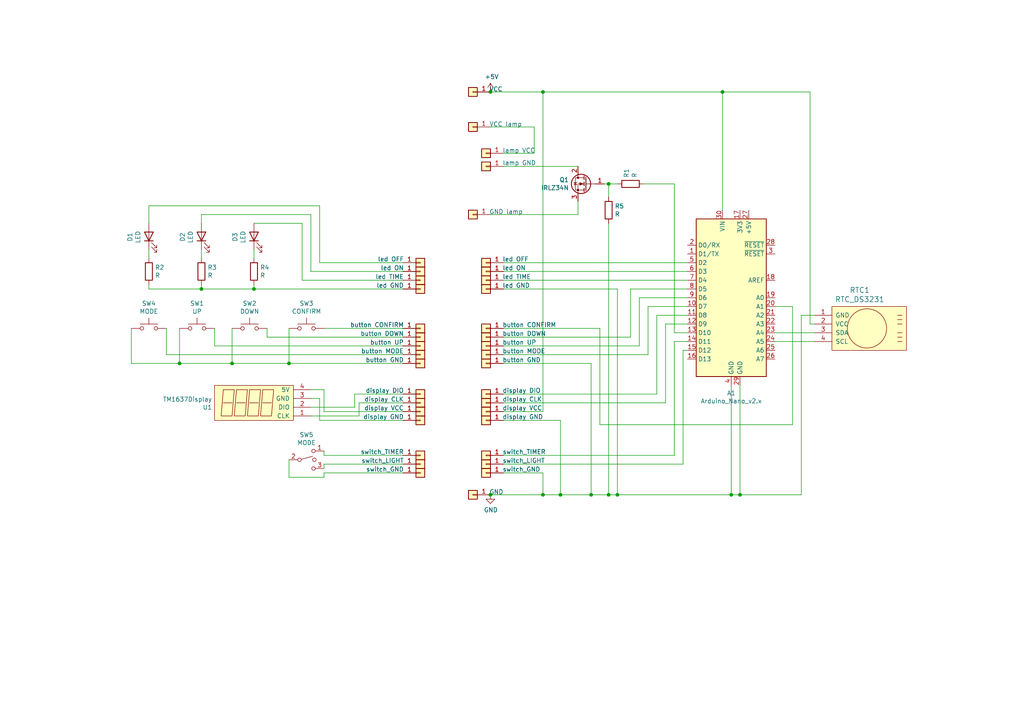
<source format=kicad_sch>
(kicad_sch (version 20211123) (generator eeschema)
  (paper "A4")
  (title_block (title "growlights") (date "2021-03-24") (rev "1"))
  (lib_symbols
    (symbol "Connector_Generic:Conn_01x01" (pin_names (offset 1.016) hide)
      (property "Reference" "J" (at 0 2.54 0))
      (property "Value" "Conn_01x01" (at 0 -2.54 0))
      (symbol "Conn_01x01_1_1"
        (rectangle (start -1.27 0.127) (end 0 -0.127) (stroke (width 0.1524)))
        (rectangle (start -1.27 1.27) (end 1.27 -1.27) (stroke (width 0.254)) (fill (type background)))
        (pin passive line (at -5.08 0 0) (length 3.81) (name "Pin_1") (number "1"))
      )
    )
    (symbol "Device:LED" (pin_numbers hide) (pin_names (offset 1.016) hide)
      (property "Reference" "D" (at 0 2.54 0))
      (property "Value" "LED" (at 0 -2.54 0))
      (symbol "LED_0_1"
        (polyline (pts (xy -1.27 -1.27) (xy -1.27 1.27)) (stroke (width 0.254)))
        (polyline (pts (xy -1.27 0) (xy 1.27 0)))
        (polyline (pts (xy 1.27 -1.27) (xy 1.27 1.27) (xy -1.27 0) (xy 1.27 -1.27)) (stroke (width 0.254)))
        (polyline (pts (xy -3.048 -0.762) (xy -4.572 -2.286) (xy -3.81 -2.286) (xy -4.572 -2.286) (xy -4.572 -1.524)))
        (polyline (pts (xy -1.778 -0.762) (xy -3.302 -2.286) (xy -2.54 -2.286) (xy -3.302 -2.286) (xy -3.302 -1.524)))
      )
      (symbol "LED_1_1"
        (pin passive line (at -3.81 0 0) (length 2.54) (name "K") (number "1"))
        (pin passive line (at 3.81 0 180) (length 2.54) (name "A") (number "2"))
      )
    )
    (symbol "Device:R" (pin_numbers hide) (pin_names (offset 0))
      (property "Reference" "R" (at 2.032 0 90))
      (property "Value" "R" (at 0 0 90))
      (symbol "R_0_1"
        (rectangle (start -1.016 -2.54) (end 1.016 2.54) (stroke (width 0.254)))
      )
      (symbol "R_1_1"
        (pin passive line (at 0 3.81 270) (length 1.27) (name "~") (number "1"))
        (pin passive line (at 0 -3.81 90) (length 1.27) (name "~") (number "2"))
      )
    )
    (symbol "MCU_Module:Arduino_Nano_v2.x"
      (property "Reference" "A" (at -10.16 23.495 0))
      (property "Value" "Arduino_Nano_v2.x" (at 5.08 -24.13 0))
      (symbol "Arduino_Nano_v2.x_0_1"
        (rectangle (start -10.16 22.86) (end 10.16 -22.86) (stroke (width 0.254)) (fill (type background)))
      )
      (symbol "Arduino_Nano_v2.x_1_1"
        (pin bidirectional line (at -12.7 12.7 0) (length 2.54) (name "D1/TX") (number "1"))
        (pin bidirectional line (at -12.7 -2.54 0) (length 2.54) (name "D7") (number "10"))
        (pin bidirectional line (at -12.7 -5.08 0) (length 2.54) (name "D8") (number "11"))
        (pin bidirectional line (at -12.7 -7.62 0) (length 2.54) (name "D9") (number "12"))
        (pin bidirectional line (at -12.7 -10.16 0) (length 2.54) (name "D10") (number "13"))
        (pin bidirectional line (at -12.7 -12.7 0) (length 2.54) (name "D11") (number "14"))
        (pin bidirectional line (at -12.7 -15.24 0) (length 2.54) (name "D12") (number "15"))
        (pin bidirectional line (at -12.7 -17.78 0) (length 2.54) (name "D13") (number "16"))
        (pin power_out line (at 2.54 25.4 270) (length 2.54) (name "3V3") (number "17"))
        (pin input line (at 12.7 5.08 180) (length 2.54) (name "AREF") (number "18"))
        (pin bidirectional line (at 12.7 0 180) (length 2.54) (name "A0") (number "19"))
        (pin bidirectional line (at -12.7 15.24 0) (length 2.54) (name "D0/RX") (number "2"))
        (pin bidirectional line (at 12.7 -2.54 180) (length 2.54) (name "A1") (number "20"))
        (pin bidirectional line (at 12.7 -5.08 180) (length 2.54) (name "A2") (number "21"))
        (pin bidirectional line (at 12.7 -7.62 180) (length 2.54) (name "A3") (number "22"))
        (pin bidirectional line (at 12.7 -10.16 180) (length 2.54) (name "A4") (number "23"))
        (pin bidirectional line (at 12.7 -12.7 180) (length 2.54) (name "A5") (number "24"))
        (pin bidirectional line (at 12.7 -15.24 180) (length 2.54) (name "A6") (number "25"))
        (pin bidirectional line (at 12.7 -17.78 180) (length 2.54) (name "A7") (number "26"))
        (pin power_out line (at 5.08 25.4 270) (length 2.54) (name "+5V") (number "27"))
        (pin input line (at 12.7 15.24 180) (length 2.54) (name "~{RESET}") (number "28"))
        (pin power_in line (at 2.54 -25.4 90) (length 2.54) (name "GND") (number "29"))
        (pin input line (at 12.7 12.7 180) (length 2.54) (name "~{RESET}") (number "3"))
        (pin power_in line (at -2.54 25.4 270) (length 2.54) (name "VIN") (number "30"))
        (pin power_in line (at 0 -25.4 90) (length 2.54) (name "GND") (number "4"))
        (pin bidirectional line (at -12.7 10.16 0) (length 2.54) (name "D2") (number "5"))
        (pin bidirectional line (at -12.7 7.62 0) (length 2.54) (name "D3") (number "6"))
        (pin bidirectional line (at -12.7 5.08 0) (length 2.54) (name "D4") (number "7"))
        (pin bidirectional line (at -12.7 2.54 0) (length 2.54) (name "D5") (number "8"))
        (pin bidirectional line (at -12.7 0 0) (length 2.54) (name "D6") (number "9"))
      )
    )
    (symbol "Switch:SW_Push" (pin_numbers hide) (pin_names (offset 1.016) hide)
      (property "Reference" "SW" (at 1.27 2.54 0))
      (property "Value" "SW_Push" (at 0 -1.524 0))
      (symbol "SW_Push_0_1"
        (circle (center -2.032 0) (radius 0.508))
        (polyline (pts (xy 0 1.27) (xy 0 3.048)))
        (polyline (pts (xy 2.54 1.27) (xy -2.54 1.27)))
        (circle (center 2.032 0) (radius 0.508))
        (pin passive line (at -5.08 0 0) (length 2.54) (name "1") (number "1"))
        (pin passive line (at 5.08 0 180) (length 2.54) (name "2") (number "2"))
      )
    )
    (symbol "Switch:SW_SPDT_MSM" (pin_names (offset 0) hide)
      (property "Reference" "SW" (at 0 5.08 0))
      (property "Value" "SW_SPDT_MSM" (at 0 -5.08 0))
      (symbol "SW_SPDT_MSM_0_0"
        (circle (center -2.032 0) (radius 0.508))
        (polyline (pts (xy -1.524 0.127) (xy 1.778 1.016)))
        (circle (center 2.032 -2.54) (radius 0.508))
      )
      (symbol "SW_SPDT_MSM_0_1"
        (circle (center 2.032 2.54) (radius 0.508))
        (circle (center 2.286 0) (radius 0.508))
      )
      (symbol "SW_SPDT_MSM_1_1"
        (pin passive line (at 5.08 2.54 180) (length 2.54) (name "1") (number "1"))
        (pin passive line (at -5.08 0 0) (length 2.54) (name "2") (number "2"))
        (pin passive line (at 5.08 -2.54 180) (length 2.54) (name "3") (number "3"))
      )
    )
    (symbol "Transistor_FET:IRLZ34N" (pin_names hide)
      (property "Reference" "Q" (at 6.35 1.905 0))
      (property "Value" "IRLZ34N" (at 6.35 0 0))
      (symbol "IRLZ34N_0_1"
        (polyline (pts (xy 0.254 0) (xy -2.54 0)))
        (polyline (pts (xy 0.254 1.905) (xy 0.254 -1.905)) (stroke (width 0.254)))
        (polyline (pts (xy 0.762 -1.27) (xy 0.762 -2.286)) (stroke (width 0.254)))
        (polyline (pts (xy 0.762 0.508) (xy 0.762 -0.508)) (stroke (width 0.254)))
        (polyline (pts (xy 0.762 2.286) (xy 0.762 1.27)) (stroke (width 0.254)))
        (polyline (pts (xy 2.54 2.54) (xy 2.54 1.778)))
        (polyline (pts (xy 2.54 -2.54) (xy 2.54 0) (xy 0.762 0)))
        (polyline (pts (xy 0.762 -1.778) (xy 3.302 -1.778) (xy 3.302 1.778) (xy 0.762 1.778)))
        (polyline (pts (xy 1.016 0) (xy 2.032 0.381) (xy 2.032 -0.381) (xy 1.016 0)) (fill (type outline)))
        (polyline (pts (xy 2.794 0.508) (xy 2.921 0.381) (xy 3.683 0.381) (xy 3.81 0.254)))
        (polyline (pts (xy 3.302 0.381) (xy 2.921 -0.254) (xy 3.683 -0.254) (xy 3.302 0.381)))
        (circle (center 1.651 0) (radius 2.794) (stroke (width 0.254)))
        (circle (center 2.54 -1.778) (radius 0.254) (fill (type outline)))
        (circle (center 2.54 1.778) (radius 0.254) (fill (type outline)))
      )
      (symbol "IRLZ34N_1_1"
        (pin input line (at -5.08 0 0) (length 2.54) (name "G") (number "1"))
        (pin passive line (at 2.54 5.08 270) (length 2.54) (name "D") (number "2"))
        (pin passive line (at 2.54 -5.08 90) (length 2.54) (name "S") (number "3"))
      )
    )
    (symbol "megasaturnv:RTC_DS3231" (pin_names (offset 1.016))
      (property "Reference" "RTC" (at 0 -6.35 0))
      (property "Value" "RTC_DS3231" (at 0 8.89 0))
      (symbol "RTC_DS3231_0_1"
        (rectangle (start -11.43 7.62) (end 10.16 -5.08) (fill (type background)))
        (polyline (pts (xy -10.16 -2.54) (xy -8.89 -2.54)))
        (polyline (pts (xy -10.16 -1.27) (xy -8.89 -1.27)))
        (polyline (pts (xy -10.16 0) (xy -8.89 0)))
        (polyline (pts (xy -10.16 2.54) (xy -8.89 2.54)))
        (polyline (pts (xy -10.16 3.81) (xy -8.89 3.81)))
        (polyline (pts (xy -10.16 5.08) (xy -8.89 5.08)))
        (circle (center 0 1.27) (radius 5.6896))
      )
      (symbol "RTC_DS3231_1_1"
        (pin power_in line (at 15.24 5.08 180) (length 5.08) (name "GND") (number "1"))
        (pin power_in line (at 15.24 2.54 180) (length 5.08) (name "VCC") (number "2"))
        (pin bidirectional line (at 15.24 0 180) (length 5.08) (name "SDA") (number "3"))
        (pin input line (at 15.24 -2.54 180) (length 5.08) (name "SCL") (number "4"))
      )
    )
    (symbol "power:+5V" (power) (pin_names (offset 0))
      (property "Value" "+5V" (at 0 3.556 0))
      (symbol "+5V_0_1"
        (polyline (pts (xy -0.762 1.27) (xy 0 2.54)))
        (polyline (pts (xy 0 0) (xy 0 2.54)))
        (polyline (pts (xy 0 2.54) (xy 0.762 1.27)))
      )
      (symbol "+5V_1_1"
        (pin power_in line (at 0 0 90) (length 0) hide (name "+5V") (number "1"))
      )
    )
    (symbol "power:GND" (power) (pin_names (offset 0))
      (property "Value" "GND" (at 0 -3.81 0))
      (symbol "GND_0_1"
        (polyline (pts (xy 0 0) (xy 0 -1.27) (xy 1.27 -1.27) (xy 0 -2.54) (xy -1.27 -1.27) (xy 0 -1.27)))
      )
      (symbol "GND_1_1"
        (pin power_in line (at 0 0 270) (length 0) hide (name "GND") (number "1"))
      )
    )
    (symbol "roboulbricht:TM1637Display" (pin_names (offset 1.016))
      (property "Reference" "U" (at -7.62 -6.35 0))
      (property "Value" "TM1637Display" (at -1.27 6.35 0))
      (symbol "TM1637Display_0_1"
        (rectangle (start -8.89 5.08) (end 13.97 -5.08) (fill (type background)))
        (polyline (pts (xy -2.54 0) (xy 0 0)))
        (polyline (pts (xy 1.27 0) (xy 3.81 0)))
        (polyline (pts (xy 5.08 0) (xy 7.62 0)))
        (polyline (pts (xy 8.89 0) (xy 11.43 0)))
        (polyline (pts (xy -3.175 -3.81) (xy -2.54 3.81) (xy 0.635 3.81) (xy 0 -3.81) (xy -3.175 -3.81)))
        (polyline (pts (xy 0.635 -3.81) (xy 1.27 3.81) (xy 4.445 3.81) (xy 3.81 -3.81) (xy 0.635 -3.81)))
        (polyline (pts (xy 4.445 -3.81) (xy 5.08 3.81) (xy 8.255 3.81) (xy 7.62 -3.81) (xy 4.445 -3.81)))
        (polyline (pts (xy 8.255 -3.81) (xy 8.89 3.81) (xy 12.065 3.81) (xy 11.43 -3.81) (xy 8.255 -3.81)))
      )
      (symbol "TM1637Display_1_1"
        (pin input line (at -13.97 3.81 0) (length 5.08) (name "CLK") (number "1"))
        (pin input line (at -13.97 1.27 0) (length 5.08) (name "DIO") (number "2"))
        (pin power_in line (at -13.97 -1.27 0) (length 5.08) (name "GND") (number "3"))
        (pin power_in line (at -13.97 -3.81 0) (length 5.08) (name "5V") (number "4"))
      )
    )
  )
  (junction (at 157.48 26.67))
  (junction (at 58.42 83.82))
  (junction (at 52.07 105.41))
  (junction (at 179.07 143.51))
  (junction (at 73.66 83.82))
  (junction (at 142.24 26.67))
  (junction (at 67.31 105.41))
  (junction (at 209.55 26.67))
  (junction (at 142.24 143.51))
  (junction (at 157.48 143.51))
  (junction (at 214.63 143.51))
  (junction (at 176.53 143.51))
  (junction (at 176.53 53.34))
  (junction (at 162.56 143.51))
  (junction (at 83.82 105.41))
  (junction (at 212.09 143.51))
  (junction (at 171.45 143.51))
  (wire (pts (xy 162.56 143.51) (xy 171.45 143.51)))
  (wire (pts (xy 146.05 116.84) (xy 193.04 116.84)))
  (wire (pts (xy 116.84 105.41) (xy 83.82 105.41)))
  (wire (pts (xy 182.88 83.82) (xy 182.88 97.79)))
  (wire (pts (xy 87.63 64.77) (xy 87.63 81.28)))
  (wire (pts (xy 185.42 86.36) (xy 185.42 100.33)))
  (wire (pts (xy 157.48 137.16) (xy 157.48 143.51)))
  (wire (pts (xy 146.05 119.38) (xy 157.48 119.38)))
  (wire (pts (xy 90.17 120.65) (xy 104.14 120.65)))
  (wire (pts (xy 199.39 83.82) (xy 182.88 83.82)))
  (wire (pts (xy 212.09 111.76) (xy 212.09 143.51)))
  (wire (pts (xy 146.05 44.45) (xy 154.94 44.45)))
  (wire (pts (xy 195.58 99.06) (xy 199.39 99.06)))
  (wire (pts (xy 209.55 60.96) (xy 209.55 26.67)))
  (wire (pts (xy 157.48 26.67) (xy 209.55 26.67)))
  (wire (pts (xy 179.07 143.51) (xy 212.09 143.51)))
  (wire (pts (xy 146.05 121.92) (xy 162.56 121.92)))
  (wire (pts (xy 93.98 113.03) (xy 93.98 119.38)))
  (wire (pts (xy 190.5 91.44) (xy 199.39 91.44)))
  (wire (pts (xy 224.79 99.06) (xy 236.22 99.06)))
  (wire (pts (xy 167.64 58.42) (xy 167.64 62.23)))
  (wire (pts (xy 90.17 118.11) (xy 102.87 118.11)))
  (wire (pts (xy 187.96 88.9) (xy 187.96 102.87)))
  (wire (pts (xy 142.24 26.67) (xy 157.48 26.67)))
  (wire (pts (xy 146.05 97.79) (xy 182.88 97.79)))
  (wire (pts (xy 176.53 64.77) (xy 176.53 143.51)))
  (wire (pts (xy 77.47 97.79) (xy 77.47 95.25)))
  (wire (pts (xy 43.18 82.55) (xy 43.18 83.82)))
  (wire (pts (xy 48.26 102.87) (xy 116.84 102.87)))
  (wire (pts (xy 62.23 100.33) (xy 62.23 95.25)))
  (wire (pts (xy 58.42 64.77) (xy 58.42 62.23)))
  (wire (pts (xy 146.05 134.62) (xy 198.12 134.62)))
  (wire (pts (xy 90.17 115.57) (xy 92.71 115.57)))
  (wire (pts (xy 199.39 88.9) (xy 187.96 88.9)))
  (wire (pts (xy 93.98 134.62) (xy 93.98 135.89)))
  (wire (pts (xy 43.18 64.77) (xy 43.18 59.69)))
  (wire (pts (xy 90.17 78.74) (xy 116.84 78.74)))
  (wire (pts (xy 116.84 132.08) (xy 93.98 132.08)))
  (wire (pts (xy 224.79 96.52) (xy 236.22 96.52)))
  (wire (pts (xy 146.05 132.08) (xy 195.58 132.08)))
  (wire (pts (xy 176.53 53.34) (xy 179.07 53.34)))
  (wire (pts (xy 234.95 93.98) (xy 234.95 26.67)))
  (wire (pts (xy 92.71 59.69) (xy 92.71 76.2)))
  (wire (pts (xy 175.26 53.34) (xy 176.53 53.34)))
  (wire (pts (xy 193.04 93.98) (xy 199.39 93.98)))
  (wire (pts (xy 43.18 59.69) (xy 92.71 59.69)))
  (wire (pts (xy 157.48 143.51) (xy 162.56 143.51)))
  (wire (pts (xy 104.14 116.84) (xy 116.84 116.84)))
  (wire (pts (xy 190.5 114.3) (xy 190.5 91.44)))
  (wire (pts (xy 154.94 36.83) (xy 142.24 36.83)))
  (wire (pts (xy 102.87 114.3) (xy 116.84 114.3)))
  (wire (pts (xy 146.05 78.74) (xy 199.39 78.74)))
  (wire (pts (xy 186.69 53.34) (xy 195.58 53.34)))
  (wire (pts (xy 102.87 118.11) (xy 102.87 114.3)))
  (wire (pts (xy 116.84 134.62) (xy 93.98 134.62)))
  (wire (pts (xy 73.66 64.77) (xy 87.63 64.77)))
  (wire (pts (xy 52.07 105.41) (xy 38.1 105.41)))
  (wire (pts (xy 92.71 76.2) (xy 116.84 76.2)))
  (wire (pts (xy 146.05 83.82) (xy 179.07 83.82)))
  (wire (pts (xy 146.05 102.87) (xy 187.96 102.87)))
  (wire (pts (xy 232.41 91.44) (xy 232.41 143.51)))
  (wire (pts (xy 83.82 105.41) (xy 67.31 105.41)))
  (wire (pts (xy 214.63 111.76) (xy 214.63 143.51)))
  (wire (pts (xy 157.48 26.67) (xy 157.48 119.38)))
  (wire (pts (xy 52.07 95.25) (xy 52.07 105.41)))
  (wire (pts (xy 195.58 96.52) (xy 195.58 53.34)))
  (wire (pts (xy 93.98 138.43) (xy 83.82 138.43)))
  (wire (pts (xy 58.42 72.39) (xy 58.42 74.93)))
  (wire (pts (xy 195.58 132.08) (xy 195.58 99.06)))
  (wire (pts (xy 198.12 101.6) (xy 199.39 101.6)))
  (wire (pts (xy 173.99 95.25) (xy 173.99 123.19)))
  (wire (pts (xy 224.79 88.9) (xy 229.87 88.9)))
  (wire (pts (xy 43.18 74.93) (xy 43.18 72.39)))
  (wire (pts (xy 67.31 105.41) (xy 52.07 105.41)))
  (wire (pts (xy 90.17 62.23) (xy 90.17 78.74)))
  (wire (pts (xy 92.71 121.92) (xy 116.84 121.92)))
  (wire (pts (xy 212.09 143.51) (xy 214.63 143.51)))
  (wire (pts (xy 77.47 97.79) (xy 116.84 97.79)))
  (wire (pts (xy 93.98 132.08) (xy 93.98 130.81)))
  (wire (pts (xy 146.05 100.33) (xy 185.42 100.33)))
  (wire (pts (xy 236.22 93.98) (xy 234.95 93.98)))
  (wire (pts (xy 116.84 137.16) (xy 93.98 137.16)))
  (wire (pts (xy 162.56 121.92) (xy 162.56 143.51)))
  (wire (pts (xy 146.05 48.26) (xy 167.64 48.26)))
  (wire (pts (xy 83.82 138.43) (xy 83.82 133.35)))
  (wire (pts (xy 171.45 105.41) (xy 171.45 143.51)))
  (wire (pts (xy 93.98 119.38) (xy 116.84 119.38)))
  (wire (pts (xy 73.66 83.82) (xy 116.84 83.82)))
  (wire (pts (xy 179.07 83.82) (xy 179.07 143.51)))
  (wire (pts (xy 58.42 62.23) (xy 90.17 62.23)))
  (wire (pts (xy 154.94 44.45) (xy 154.94 36.83)))
  (wire (pts (xy 73.66 72.39) (xy 73.66 74.93)))
  (wire (pts (xy 92.71 115.57) (xy 92.71 121.92)))
  (wire (pts (xy 83.82 95.25) (xy 83.82 105.41)))
  (wire (pts (xy 167.64 62.23) (xy 142.24 62.23)))
  (wire (pts (xy 62.23 100.33) (xy 116.84 100.33)))
  (wire (pts (xy 73.66 82.55) (xy 73.66 83.82)))
  (wire (pts (xy 93.98 95.25) (xy 116.84 95.25)))
  (wire (pts (xy 146.05 95.25) (xy 173.99 95.25)))
  (wire (pts (xy 209.55 26.67) (xy 234.95 26.67)))
  (wire (pts (xy 171.45 143.51) (xy 176.53 143.51)))
  (wire (pts (xy 58.42 83.82) (xy 73.66 83.82)))
  (wire (pts (xy 236.22 91.44) (xy 232.41 91.44)))
  (wire (pts (xy 38.1 105.41) (xy 38.1 95.25)))
  (wire (pts (xy 146.05 81.28) (xy 199.39 81.28)))
  (wire (pts (xy 173.99 123.19) (xy 229.87 123.19)))
  (wire (pts (xy 176.53 143.51) (xy 179.07 143.51)))
  (wire (pts (xy 146.05 105.41) (xy 171.45 105.41)))
  (wire (pts (xy 176.53 53.34) (xy 176.53 57.15)))
  (wire (pts (xy 104.14 120.65) (xy 104.14 116.84)))
  (wire (pts (xy 193.04 116.84) (xy 193.04 93.98)))
  (wire (pts (xy 67.31 95.25) (xy 67.31 105.41)))
  (wire (pts (xy 90.17 113.03) (xy 93.98 113.03)))
  (wire (pts (xy 199.39 96.52) (xy 195.58 96.52)))
  (wire (pts (xy 43.18 83.82) (xy 58.42 83.82)))
  (wire (pts (xy 142.24 143.51) (xy 157.48 143.51)))
  (wire (pts (xy 146.05 114.3) (xy 190.5 114.3)))
  (wire (pts (xy 93.98 137.16) (xy 93.98 138.43)))
  (wire (pts (xy 87.63 81.28) (xy 116.84 81.28)))
  (wire (pts (xy 198.12 134.62) (xy 198.12 101.6)))
  (wire (pts (xy 48.26 102.87) (xy 48.26 95.25)))
  (wire (pts (xy 214.63 143.51) (xy 232.41 143.51)))
  (wire (pts (xy 199.39 86.36) (xy 185.42 86.36)))
  (wire (pts (xy 146.05 76.2) (xy 199.39 76.2)))
  (wire (pts (xy 229.87 88.9) (xy 229.87 123.19)))
  (wire (pts (xy 146.05 137.16) (xy 157.48 137.16)))
  (wire (pts (xy 58.42 82.55) (xy 58.42 83.82)))
  (symbol (lib_id "MCU_Module:Arduino_Nano_v2.x") (at 212.09 86.36 0) (unit 1)
    (property "Reference" "A1" (at 212.09 114.0206 0))
    (property "Value" "Arduino_Nano_v2.x" (at 212.09 116.332 0))
    (property "Footprint" "Module:Arduino_Nano" (effects hide))
    (property "Datasheet" "https://www.arduino.cc/en/uploads/Main/ArduinoNanoManual23.pdf" (effects hide))
  )
  (symbol (lib_id "megasaturnv:RTC_DS3231") (at 251.46 96.52 0) (mirror y) (unit 1)
    (property "Reference" "RTC1" (at 249.3518 84.1502 0) (effects (font (size 1.524 1.524))))
    (property "Value" "RTC_DS3231" (at 249.3518 86.8426 0) (effects (font (size 1.524 1.524))))
    (property "Footprint" "megasaturnv:RTC_DS3231" (effects hide))
  )
  (symbol (lib_id "roboulbricht:TM1637Display") (at 76.2 116.84 180) (unit 1)
    (property "Reference" "U1" (at 61.5188 118.1354 0) (effects (justify left)))
    (property "Value" "TM1637Display" (at 61.5188 115.824 0) (effects (justify left)))
    (property "Footprint" "Connector_PinSocket_2.54mm:PinSocket_1x04_P2.54mm_Vertical" (effects hide))
  )
  (symbol (lib_id "Switch:SW_Push") (at 88.9 95.25 0) (unit 1)
    (property "Reference" "SW3" (at 88.9 88.011 0))
    (property "Value" "CONFIRM" (at 88.9 90.3224 0))
    (property "Footprint" "Button_Switch_THT:SW_PUSH-12mm" (effects hide))
  )
  (symbol (lib_id "Switch:SW_Push") (at 57.15 95.25 0) (unit 1)
    (property "Reference" "SW1" (at 57.15 88.011 0))
    (property "Value" "UP" (at 57.15 90.3224 0))
    (property "Footprint" "Button_Switch_THT:SW_PUSH-12mm" (effects hide))
  )
  (symbol (lib_id "Transistor_FET:IRLZ34N") (at 170.18 53.34 0) (mirror y) (unit 1)
    (property "Reference" "Q1" (at 164.9984 52.1716 0) (effects (justify left)))
    (property "Value" "IRLZ34N" (at 164.9984 54.483 0) (effects (justify left)))
    (property "Footprint" "Package_TO_SOT_THT:TO-220-3_Vertical" (effects hide))
    (property "Datasheet" "http://www.infineon.com/dgdl/irlz34npbf.pdf?fileId=5546d462533600a40153567206892720" (effects hide))
  )
  (symbol (lib_id "Device:LED") (at 43.18 68.58 90) (unit 1)
    (property "Reference" "D1" (at 37.6936 68.7578 0))
    (property "Value" "LED" (at 40.005 68.7578 0))
    (property "Footprint" "LED_THT:LED_D3.0mm" (effects hide))
  )
  (symbol (lib_id "Device:LED") (at 58.42 68.58 90) (unit 1)
    (property "Reference" "D2" (at 52.9336 68.7578 0))
    (property "Value" "LED" (at 55.245 68.7578 0))
    (property "Footprint" "LED_THT:LED_D3.0mm" (effects hide))
  )
  (symbol (lib_id "Device:LED") (at 73.66 68.58 90) (unit 1)
    (property "Reference" "D3" (at 68.1736 68.7578 0))
    (property "Value" "LED" (at 70.485 68.7578 0))
    (property "Footprint" "LED_THT:LED_D3.0mm" (effects hide))
  )
  (symbol (lib_id "Device:R") (at 182.88 53.34 90) (unit 1)
    (property "Reference" "R1" (at 181.7116 51.562 0) (effects (justify left)))
    (property "Value" "R" (at 184.023 51.562 0) (effects (justify left)))
    (property "Footprint" "Resistor_THT:R_Axial_DIN0207_L6.3mm_D2.5mm_P10.16mm_Horizontal" (effects hide))
  )
  (symbol (lib_id "Switch:SW_Push") (at 72.39 95.25 0) (unit 1)
    (property "Reference" "SW2" (at 72.39 88.011 0))
    (property "Value" "DOWN" (at 72.39 90.3224 0))
    (property "Footprint" "Button_Switch_THT:SW_PUSH-12mm" (effects hide))
  )
  (symbol (lib_id "power:+5V") (at 142.24 26.67 0) (unit 1)
    (property "Reference" "#PWR0102" (effects hide))
    (property "Value" "+5V" (at 142.621 22.2758 0))
  )
  (symbol (lib_id "power:GND") (at 142.24 143.51 0) (unit 1)
    (property "Reference" "#PWR0101" (effects hide))
    (property "Value" "GND" (at 142.367 147.9042 0))
  )
  (symbol (lib_id "Connector_Generic:Conn_01x01") (at 140.97 44.45 180) (unit 1)
    (property "Reference" "J1" (effects hide))
    (property "Value" "lamp VCC" (at 145.7452 44.3484 0) (effects (justify right top)))
    (property "Footprint" "Connector_Wire:SolderWirePad_1x01_Drill0.8mm" (effects hide))
  )
  (symbol (lib_id "Connector_Generic:Conn_01x01") (at 140.97 48.26 180) (unit 1)
    (property "Reference" "J2" (effects hide))
    (property "Value" "lamp GND" (at 145.7452 47.9552 0) (effects (justify right top)))
    (property "Footprint" "Connector_Wire:SolderWirePad_1x01_Drill0.8mm" (effects hide))
  )
  (symbol (lib_id "Connector_Generic:Conn_01x01") (at 140.97 76.2 180) (unit 1)
    (property "Reference" "J16" (effects hide))
    (property "Value" "led OFF" (at 145.7452 75.8952 0) (effects (justify right top)))
    (property "Footprint" "Connector_Wire:SolderWirePad_1x01_Drill0.8mm" (effects hide))
  )
  (symbol (lib_id "Connector_Generic:Conn_01x01") (at 140.97 78.74 180) (unit 1)
    (property "Reference" "J17" (effects hide))
    (property "Value" "led ON" (at 145.7452 78.4352 0) (effects (justify right top)))
    (property "Footprint" "Connector_Wire:SolderWirePad_1x01_Drill0.8mm" (effects hide))
  )
  (symbol (lib_id "Connector_Generic:Conn_01x01") (at 140.97 81.28 180) (unit 1)
    (property "Reference" "J18" (effects hide))
    (property "Value" "led TIME" (at 145.7452 80.9752 0) (effects (justify right top)))
    (property "Footprint" "Connector_Wire:SolderWirePad_1x01_Drill0.8mm" (effects hide))
  )
  (symbol (lib_id "Connector_Generic:Conn_01x01") (at 140.97 83.82 180) (unit 1)
    (property "Reference" "J19" (effects hide))
    (property "Value" "led GND" (at 145.7452 83.5152 0) (effects (justify right top)))
    (property "Footprint" "Connector_Wire:SolderWirePad_1x01_Drill0.8mm" (effects hide))
  )
  (symbol (lib_id "Connector_Generic:Conn_01x01") (at 140.97 97.79 180) (unit 1)
    (property "Reference" "J21" (effects hide))
    (property "Value" "button DOWN" (at 145.7452 97.4852 0) (effects (justify right top)))
    (property "Footprint" "Connector_Wire:SolderWirePad_1x01_Drill0.8mm" (effects hide))
  )
  (symbol (lib_id "Connector_Generic:Conn_01x01") (at 140.97 95.25 180) (unit 1)
    (property "Reference" "J20" (effects hide))
    (property "Value" "button CONFIRM" (at 145.7452 94.9452 0) (effects (justify right top)))
    (property "Footprint" "Connector_Wire:SolderWirePad_1x01_Drill0.8mm" (effects hide))
  )
  (symbol (lib_id "Connector_Generic:Conn_01x01") (at 140.97 100.33 180) (unit 1)
    (property "Reference" "J22" (effects hide))
    (property "Value" "button UP" (at 145.7452 100.0252 0) (effects (justify right top)))
    (property "Footprint" "Connector_Wire:SolderWirePad_1x01_Drill0.8mm" (effects hide))
  )
  (symbol (lib_id "Connector_Generic:Conn_01x01") (at 140.97 102.87 180) (unit 1)
    (property "Reference" "J23" (effects hide))
    (property "Value" "button MODE" (at 145.7452 102.5652 0) (effects (justify right top)))
    (property "Footprint" "Connector_Wire:SolderWirePad_1x01_Drill0.8mm" (effects hide))
  )
  (symbol (lib_id "Connector_Generic:Conn_01x01") (at 140.97 105.41 180) (unit 1)
    (property "Reference" "J24" (effects hide))
    (property "Value" "button GND" (at 145.7452 105.1052 0) (effects (justify right top)))
    (property "Footprint" "Connector_Wire:SolderWirePad_1x01_Drill0.8mm" (effects hide))
  )
  (symbol (lib_id "Device:R") (at 73.66 78.74 0) (unit 1)
    (property "Reference" "R4" (at 75.438 77.5716 0) (effects (justify left)))
    (property "Value" "R" (at 75.438 79.883 0) (effects (justify left)))
    (property "Footprint" "Resistor_THT:R_Axial_DIN0207_L6.3mm_D2.5mm_P10.16mm_Horizontal" (effects hide))
  )
  (symbol (lib_id "Device:R") (at 58.42 78.74 0) (unit 1)
    (property "Reference" "R3" (at 60.198 77.5716 0) (effects (justify left)))
    (property "Value" "R" (at 60.198 79.883 0) (effects (justify left)))
    (property "Footprint" "Resistor_THT:R_Axial_DIN0207_L6.3mm_D2.5mm_P10.16mm_Horizontal" (effects hide))
  )
  (symbol (lib_id "Device:R") (at 43.18 78.74 0) (unit 1)
    (property "Reference" "R2" (at 44.958 77.5716 0) (effects (justify left)))
    (property "Value" "R" (at 44.958 79.883 0) (effects (justify left)))
    (property "Footprint" "Resistor_THT:R_Axial_DIN0207_L6.3mm_D2.5mm_P10.16mm_Horizontal" (effects hide))
  )
  (symbol (lib_id "Connector_Generic:Conn_01x01") (at 140.97 114.3 180) (unit 1)
    (property "Reference" "J25" (effects hide))
    (property "Value" "display DIO" (at 145.7452 113.9952 0) (effects (justify right top)))
    (property "Footprint" "Connector_Wire:SolderWirePad_1x01_Drill0.8mm" (effects hide))
  )
  (symbol (lib_id "Connector_Generic:Conn_01x01") (at 140.97 116.84 180) (unit 1)
    (property "Reference" "J26" (effects hide))
    (property "Value" "display CLK" (at 145.7452 116.5352 0) (effects (justify right top)))
    (property "Footprint" "Connector_Wire:SolderWirePad_1x01_Drill0.8mm" (effects hide))
  )
  (symbol (lib_id "Connector_Generic:Conn_01x01") (at 140.97 119.38 180) (unit 1)
    (property "Reference" "J27" (effects hide))
    (property "Value" "display VCC" (at 145.7452 119.0752 0) (effects (justify right top)))
    (property "Footprint" "Connector_Wire:SolderWirePad_1x01_Drill0.8mm" (effects hide))
  )
  (symbol (lib_id "Connector_Generic:Conn_01x01") (at 140.97 121.92 180) (unit 1)
    (property "Reference" "J28" (effects hide))
    (property "Value" "display GND" (at 145.7452 121.6152 0) (effects (justify right top)))
    (property "Footprint" "Connector_Wire:SolderWirePad_1x01_Drill0.8mm" (effects hide))
  )
  (symbol (lib_id "Connector_Generic:Conn_01x01") (at 121.92 76.2 0) (mirror x) (unit 1)
    (property "Reference" "J3" (effects hide))
    (property "Value" "led OFF" (at 117.1448 75.8952 0) (effects (justify right top)))
    (property "Footprint" "Connector_Wire:SolderWirePad_1x01_Drill0.8mm" (effects hide))
  )
  (symbol (lib_id "Connector_Generic:Conn_01x01") (at 121.92 78.74 0) (mirror x) (unit 1)
    (property "Reference" "J4" (effects hide))
    (property "Value" "led ON" (at 117.1448 78.4352 0) (effects (justify right top)))
    (property "Footprint" "Connector_Wire:SolderWirePad_1x01_Drill0.8mm" (effects hide))
  )
  (symbol (lib_id "Connector_Generic:Conn_01x01") (at 121.92 81.28 0) (mirror x) (unit 1)
    (property "Reference" "J5" (effects hide))
    (property "Value" "led TIME" (at 117.1448 80.9752 0) (effects (justify right top)))
    (property "Footprint" "Connector_Wire:SolderWirePad_1x01_Drill0.8mm" (effects hide))
  )
  (symbol (lib_id "Connector_Generic:Conn_01x01") (at 121.92 83.82 0) (mirror x) (unit 1)
    (property "Reference" "J6" (effects hide))
    (property "Value" "led GND" (at 117.1448 83.5152 0) (effects (justify right top)))
    (property "Footprint" "Connector_Wire:SolderWirePad_1x01_Drill0.8mm" (effects hide))
  )
  (symbol (lib_id "Switch:SW_SPDT_MSM") (at 88.9 133.35 0) (unit 1)
    (property "Reference" "SW5" (at 88.9 126.111 0))
    (property "Value" "MODE" (at 88.9 128.4224 0))
    (property "Footprint" "ToggleSwitch:SW_Toggle_Blue_wSlots" (effects hide))
  )
  (symbol (lib_id "Connector_Generic:Conn_01x01") (at 121.92 132.08 0) (mirror x) (unit 1)
    (property "Reference" "J33" (effects hide))
    (property "Value" "switch_TIMER" (at 117.1448 131.7752 0) (effects (justify right top)))
    (property "Footprint" "Connector_Wire:SolderWirePad_1x01_Drill0.8mm" (effects hide))
  )
  (symbol (lib_id "Connector_Generic:Conn_01x01") (at 121.92 134.62 0) (mirror x) (unit 1)
    (property "Reference" "J34" (effects hide))
    (property "Value" "switch_LIGHT" (at 117.1448 134.3152 0) (effects (justify right top)))
    (property "Footprint" "Connector_Wire:SolderWirePad_1x01_Drill0.8mm" (effects hide))
  )
  (symbol (lib_id "Connector_Generic:Conn_01x01") (at 121.92 137.16 0) (mirror x) (unit 1)
    (property "Reference" "J35" (effects hide))
    (property "Value" "switch_GND" (at 117.1448 136.8552 0) (effects (justify right top)))
    (property "Footprint" "Connector_Wire:SolderWirePad_1x01_Drill0.8mm" (effects hide))
  )
  (symbol (lib_id "Connector_Generic:Conn_01x01") (at 121.92 97.79 0) (mirror x) (unit 1)
    (property "Reference" "J8" (effects hide))
    (property "Value" "button DOWN" (at 117.1448 97.4852 0) (effects (justify right top)))
    (property "Footprint" "Connector_Wire:SolderWirePad_1x01_Drill0.8mm" (effects hide))
  )
  (symbol (lib_id "Connector_Generic:Conn_01x01") (at 121.92 95.25 0) (mirror x) (unit 1)
    (property "Reference" "J7" (effects hide))
    (property "Value" "button CONFIRM" (at 117.1448 94.9452 0) (effects (justify right top)))
    (property "Footprint" "Connector_Wire:SolderWirePad_1x01_Drill0.8mm" (effects hide))
  )
  (symbol (lib_id "Connector_Generic:Conn_01x01") (at 121.92 100.33 0) (mirror x) (unit 1)
    (property "Reference" "J9" (effects hide))
    (property "Value" "button UP" (at 117.1448 100.0252 0) (effects (justify right top)))
    (property "Footprint" "Connector_Wire:SolderWirePad_1x01_Drill0.8mm" (effects hide))
  )
  (symbol (lib_id "Connector_Generic:Conn_01x01") (at 121.92 102.87 0) (mirror x) (unit 1)
    (property "Reference" "J10" (effects hide))
    (property "Value" "button MODE" (at 117.1448 102.5652 0) (effects (justify right top)))
    (property "Footprint" "Connector_Wire:SolderWirePad_1x01_Drill0.8mm" (effects hide))
  )
  (symbol (lib_id "Connector_Generic:Conn_01x01") (at 121.92 105.41 0) (mirror x) (unit 1)
    (property "Reference" "J11" (effects hide))
    (property "Value" "button GND" (at 117.1448 105.1052 0) (effects (justify right top)))
    (property "Footprint" "Connector_Wire:SolderWirePad_1x01_Drill0.8mm" (effects hide))
  )
  (symbol (lib_id "Switch:SW_Push") (at 43.18 95.25 0) (unit 1)
    (property "Reference" "SW4" (at 43.18 88.011 0))
    (property "Value" "MODE" (at 43.18 90.3224 0))
    (property "Footprint" "Button_Switch_THT:SW_PUSH-12mm" (effects hide))
  )
  (symbol (lib_id "Connector_Generic:Conn_01x01") (at 121.92 114.3 0) (mirror x) (unit 1)
    (property "Reference" "J12" (effects hide))
    (property "Value" "display DIO" (at 117.1448 113.9952 0) (effects (justify right top)))
    (property "Footprint" "Connector_Wire:SolderWirePad_1x01_Drill0.8mm" (effects hide))
  )
  (symbol (lib_id "Connector_Generic:Conn_01x01") (at 121.92 116.84 0) (mirror x) (unit 1)
    (property "Reference" "J13" (effects hide))
    (property "Value" "display CLK" (at 117.1448 116.5352 0) (effects (justify right top)))
    (property "Footprint" "Connector_Wire:SolderWirePad_1x01_Drill0.8mm" (effects hide))
  )
  (symbol (lib_id "Connector_Generic:Conn_01x01") (at 121.92 119.38 0) (mirror x) (unit 1)
    (property "Reference" "J14" (effects hide))
    (property "Value" "display VCC" (at 117.1448 119.0752 0) (effects (justify right top)))
    (property "Footprint" "Connector_Wire:SolderWirePad_1x01_Drill0.8mm" (effects hide))
  )
  (symbol (lib_id "Connector_Generic:Conn_01x01") (at 121.92 121.92 0) (mirror x) (unit 1)
    (property "Reference" "J15" (effects hide))
    (property "Value" "display GND" (at 117.1448 121.6152 0) (effects (justify right top)))
    (property "Footprint" "Connector_Wire:SolderWirePad_1x01_Drill0.8mm" (effects hide))
  )
  (symbol (lib_id "Connector_Generic:Conn_01x01") (at 140.97 132.08 180) (unit 1)
    (property "Reference" "J36" (effects hide))
    (property "Value" "switch_TIMER" (at 145.7452 131.7752 0) (effects (justify right top)))
    (property "Footprint" "Connector_Wire:SolderWirePad_1x01_Drill0.8mm" (effects hide))
  )
  (symbol (lib_id "Connector_Generic:Conn_01x01") (at 140.97 134.62 180) (unit 1)
    (property "Reference" "J37" (effects hide))
    (property "Value" "switch_LIGHT" (at 145.7452 134.3152 0) (effects (justify right top)))
    (property "Footprint" "Connector_Wire:SolderWirePad_1x01_Drill0.8mm" (effects hide))
  )
  (symbol (lib_id "Connector_Generic:Conn_01x01") (at 140.97 137.16 180) (unit 1)
    (property "Reference" "J38" (effects hide))
    (property "Value" "switch_GND" (at 145.7452 136.8552 0) (effects (justify right top)))
    (property "Footprint" "Connector_Wire:SolderWirePad_1x01_Drill0.8mm" (effects hide))
  )
  (symbol (lib_id "Connector_Generic:Conn_01x01") (at 137.16 26.67 180) (unit 1)
    (property "Reference" "J29" (effects hide))
    (property "Value" "VCC" (at 141.9352 26.5684 0) (effects (justify right top)))
    (property "Footprint" "Connector_Wire:SolderWirePad_1x01_Drill0.8mm" (effects hide))
  )
  (symbol (lib_id "Connector_Generic:Conn_01x01") (at 137.16 62.23 180) (unit 1)
    (property "Reference" "J31" (effects hide))
    (property "Value" "GND lamp" (at 141.9352 62.1284 0) (effects (justify right top)))
    (property "Footprint" "Connector_Wire:SolderWirePad_1x01_Drill0.8mm" (effects hide))
  )
  (symbol (lib_id "Connector_Generic:Conn_01x01") (at 137.16 36.83 180) (unit 1)
    (property "Reference" "J30" (effects hide))
    (property "Value" "VCC lamp" (at 141.9352 36.7284 0) (effects (justify right top)))
    (property "Footprint" "Connector_Wire:SolderWirePad_1x01_Drill0.8mm" (effects hide))
  )
  (symbol (lib_id "Connector_Generic:Conn_01x01") (at 137.16 143.51 180) (unit 1)
    (property "Reference" "J32" (effects hide))
    (property "Value" "GND" (at 141.9352 143.4084 0) (effects (justify right top)))
    (property "Footprint" "Connector_Wire:SolderWirePad_1x01_Drill0.8mm" (effects hide))
  )
  (symbol (lib_id "Device:R") (at 176.53 60.96 0) (unit 1)
    (property "Reference" "R5" (at 178.308 59.7916 0) (effects (justify left)))
    (property "Value" "R" (at 178.308 62.103 0) (effects (justify left)))
    (property "Footprint" "Resistor_THT:R_Axial_DIN0207_L6.3mm_D2.5mm_P10.16mm_Horizontal" (effects hide))
  )
)
</source>
